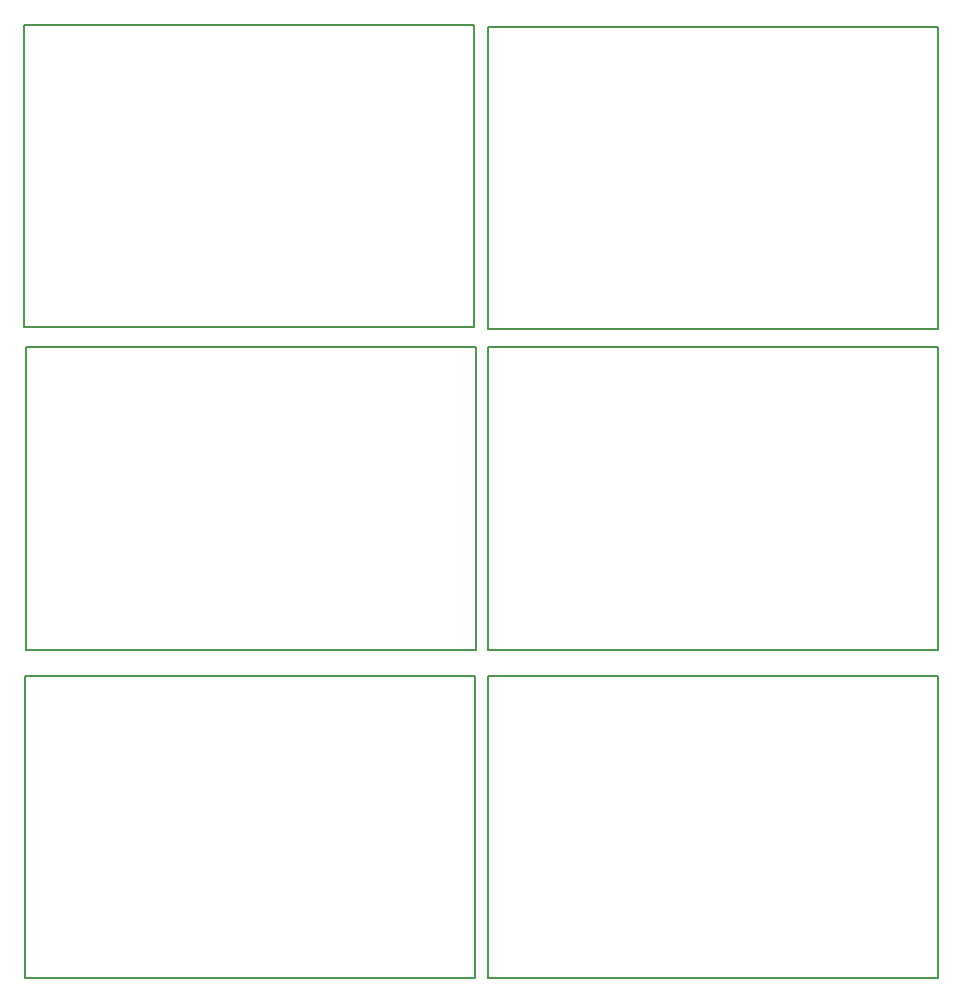
<source format=gbr>
G04 PROTEUS RS274X GERBER FILE*
%FSLAX45Y45*%
%MOMM*%
G01*
%ADD14C,0.203200*%
D14*
X+7180000Y+1020000D02*
X+10990000Y+1020000D01*
X+10990000Y+3580000D01*
X+7180000Y+3580000D01*
X+7180000Y+1020000D01*
X+7180000Y+3800000D02*
X+10990000Y+3800000D01*
X+10990000Y+6360000D01*
X+7180000Y+6360000D01*
X+7180000Y+3800000D01*
X+3260000Y+1020000D02*
X+7070000Y+1020000D01*
X+7070000Y+3580000D01*
X+3260000Y+3580000D01*
X+3260000Y+1020000D01*
X+3270000Y+3800000D02*
X+7080000Y+3800000D01*
X+7080000Y+6360000D01*
X+3270000Y+6360000D01*
X+3270000Y+3800000D01*
X+7180000Y+6510000D02*
X+10990000Y+6510000D01*
X+10990000Y+9070000D01*
X+7180000Y+9070000D01*
X+7180000Y+6510000D01*
X+3250000Y+6530000D02*
X+7060000Y+6530000D01*
X+7060000Y+9090000D01*
X+3250000Y+9090000D01*
X+3250000Y+6530000D01*
M02*

</source>
